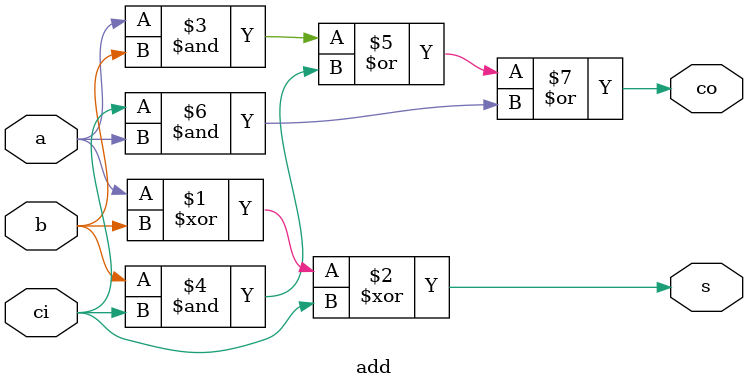
<source format=v>

module add (a, b, ci, s, co);

	input a, b, ci;
	output s, co;
	
	assign s = a ^ b ^ ci;
	assign co = a & b | b & ci | ci & a;

endmodule
</source>
